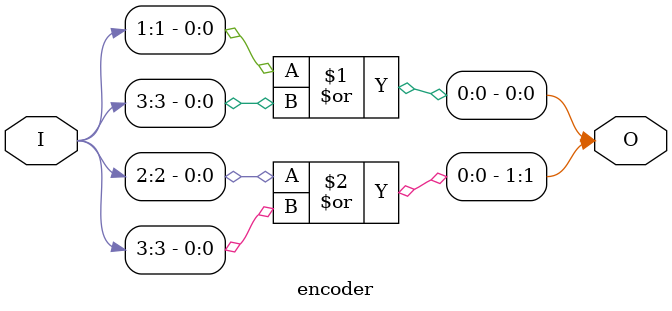
<source format=v>
module encoder( input [3:0]I, output [1:0]O);
//Data flow Modelling
  assign O[0] = I[1] | I[3];
  assign O[1] = I[2] | I[3];
//Gate level Modelling
/*or (O[0],I[1],I[3]);
or (O[1],I[2],I[3]);*/
//behavioural Modelling
/*always @(*) 
begin
case(I)
4'b0001: O = 2'b00;
4'b0010: O = 2'b01;
4'b0100: O = 2'b10;
4'b1000: O = 2'b11;
default: O = 2'bXX;
endcase
end*/
endmodule

</source>
